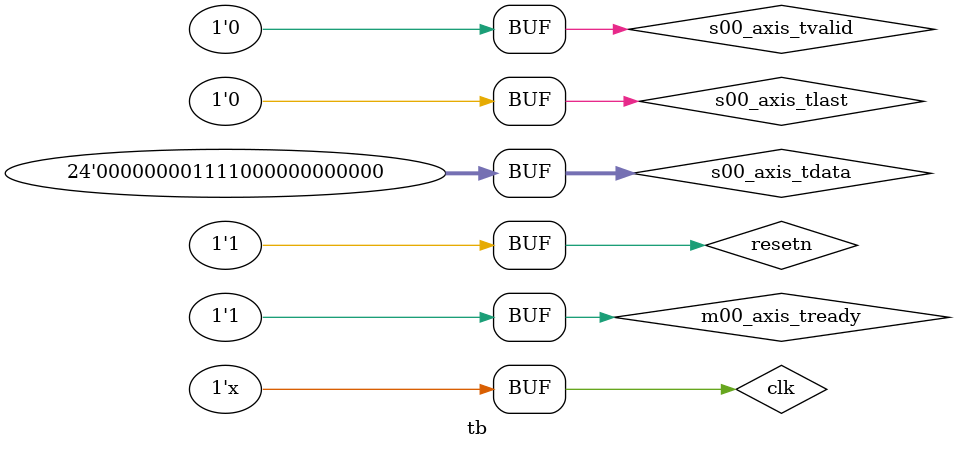
<source format=v>
`timescale 1ns / 1ps


module tb();

    reg clk, resetn;

    wire [2:0] m00_axis_tkeep;
    wire m00_axis_tuser;

    wire  m00_axis_tvalid;
    wire [23 : 0] m00_axis_tdata;

    wire  m00_axis_tlast;
    reg  m00_axis_tready;


    wire  s00_axis_tready;
    reg [23 : 0] s00_axis_tdata;

    reg  s00_axis_tlast;
    reg  s00_axis_tvalid;

    AES_CTR_v1_0 #
    (

        .H_RESOLUTION(1920),
        .V_RESOLUTION(1080),

        .C_M00_AXIS_TDATA_WIDTH(24),
        .C_M00_AXIS_START_COUNT(24),


        .C_S00_AXIS_TDATA_WIDTH(24)
    ) AES_CTR_v1_0_M00_AXIS_inst
    (
        
        .m00_axis_tkeep(m00_axis_tkeep),
        .m00_axis_tuser(m00_axis_tuser),

        .m00_axis_aclk(clk),
        .m00_axis_aresetn(resetn),
        .m00_axis_tvalid(m00_axis_tvalid),
        .m00_axis_tdata(m00_axis_tdata),

        .m00_axis_tlast(m00_axis_tlast),
        .m00_axis_tready(m00_axis_tready),


        .s00_axis_aclk(clk),
        .s00_axis_aresetn(resetn),
        .s00_axis_tready(s00_axis_tready),
        .s00_axis_tdata(s00_axis_tdata),

        .s00_axis_tlast(s00_axis_tlast),
        .s00_axis_tvalid(s00_axis_tvalid)
    );



    initial begin
        clk = 0;
        resetn = 0;
        s00_axis_tdata = 0;
        s00_axis_tvalid = 0;
        s00_axis_tlast = 0;
        m00_axis_tready = 1;
    end

    always
        #5  clk = ~clk;

    initial begin
        #10     resetn = 1;
        #100    s00_axis_tdata = 24'hfff0;
                s00_axis_tvalid = 1;
        #19210
                s00_axis_tvalid = 0;
                s00_axis_tdata = 24'hf000;

//        #1000    s00_axis_tdata = 24'hf0f0;
//                s00_axis_tvalid = 1;
        // #20 s00_axis_tdata = 24'hfff0;
        //         s00_axis_tvalid = 1;
        // #20 s00_axis_tdata = 24'hff0f;
        //         s00_axis_tvalid = 1;
        // #20 s00_axis_tdata = 24'hf0ff;
        //         s00_axis_tvalid = 1;
    end

endmodule

</source>
